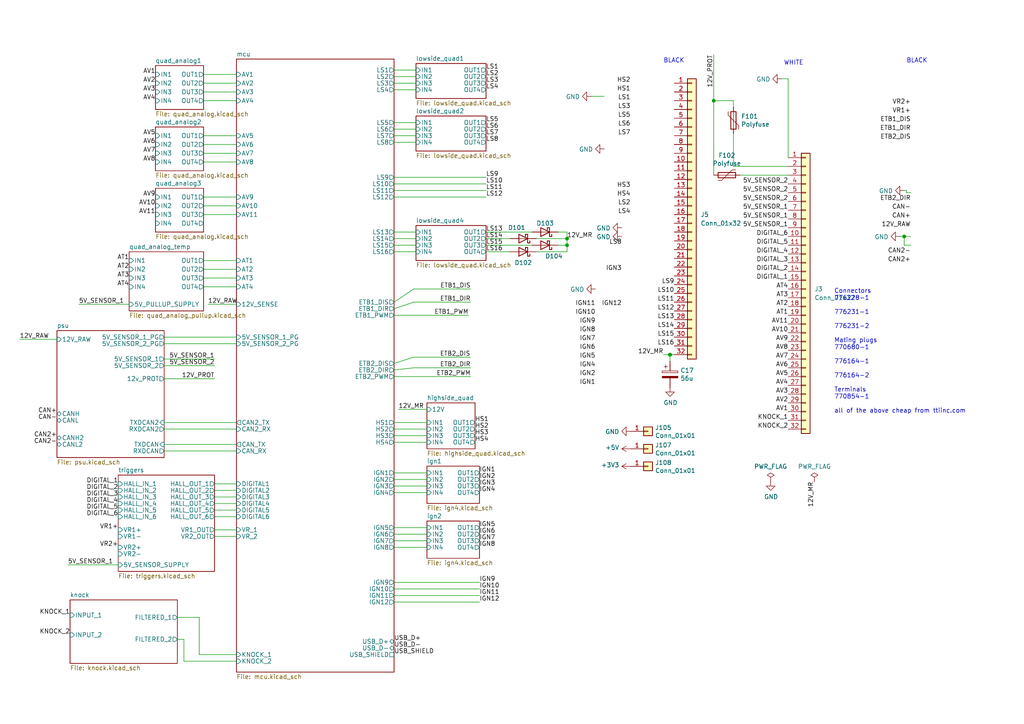
<source format=kicad_sch>
(kicad_sch (version 20211123) (generator eeschema)
  (paper "A4")
  (title_block (title "rusEfi Proteus") (date "2022-04-09") (rev "v0.7") (company "rusEFI") (comment 1 "github.com/mck1117/proteus") (comment 2 "rusefi.com/s/proteus"))
  (lib_symbols
    (symbol "Connector_Generic:Conn_01x01" (pin_names (offset 1.016) hide)
      (property "Reference" "J" (at 0 2.54 0))
      (property "Value" "Conn_01x01" (at 0 -2.54 0))
      (symbol "Conn_01x01_1_1"
        (rectangle (start -1.27 0.127) (end 0 -0.127) (stroke (width 0.1524)))
        (rectangle (start -1.27 1.27) (end 1.27 -1.27) (stroke (width 0.254)) (fill (type background)))
        (pin passive line (at -5.08 0 0) (length 3.81) (name "Pin_1") (number "1"))
      )
    )
    (symbol "Connector_Generic:Conn_01x16" (pin_names (offset 1.016) hide)
      (property "Reference" "J" (at 0 20.32 0))
      (property "Value" "Conn_01x16" (at 0 -22.86 0))
      (symbol "Conn_01x16_1_1"
        (rectangle (start -1.27 -20.193) (end 0 -20.447) (stroke (width 0.1524)))
        (rectangle (start -1.27 -17.653) (end 0 -17.907) (stroke (width 0.1524)))
        (rectangle (start -1.27 -15.113) (end 0 -15.367) (stroke (width 0.1524)))
        (rectangle (start -1.27 -12.573) (end 0 -12.827) (stroke (width 0.1524)))
        (rectangle (start -1.27 -10.033) (end 0 -10.287) (stroke (width 0.1524)))
        (rectangle (start -1.27 -7.493) (end 0 -7.747) (stroke (width 0.1524)))
        (rectangle (start -1.27 -4.953) (end 0 -5.207) (stroke (width 0.1524)))
        (rectangle (start -1.27 -2.413) (end 0 -2.667) (stroke (width 0.1524)))
        (rectangle (start -1.27 0.127) (end 0 -0.127) (stroke (width 0.1524)))
        (rectangle (start -1.27 2.667) (end 0 2.413) (stroke (width 0.1524)))
        (rectangle (start -1.27 5.207) (end 0 4.953) (stroke (width 0.1524)))
        (rectangle (start -1.27 7.747) (end 0 7.493) (stroke (width 0.1524)))
        (rectangle (start -1.27 10.287) (end 0 10.033) (stroke (width 0.1524)))
        (rectangle (start -1.27 12.827) (end 0 12.573) (stroke (width 0.1524)))
        (rectangle (start -1.27 15.367) (end 0 15.113) (stroke (width 0.1524)))
        (rectangle (start -1.27 17.907) (end 0 17.653) (stroke (width 0.1524)))
        (rectangle (start -1.27 19.05) (end 1.27 -21.59) (stroke (width 0.254)) (fill (type background)))
        (pin passive line (at -5.08 17.78 0) (length 3.81) (name "Pin_1") (number "1"))
        (pin passive line (at -5.08 -5.08 0) (length 3.81) (name "Pin_10") (number "10"))
        (pin passive line (at -5.08 -7.62 0) (length 3.81) (name "Pin_11") (number "11"))
        (pin passive line (at -5.08 -10.16 0) (length 3.81) (name "Pin_12") (number "12"))
        (pin passive line (at -5.08 -12.7 0) (length 3.81) (name "Pin_13") (number "13"))
        (pin passive line (at -5.08 -15.24 0) (length 3.81) (name "Pin_14") (number "14"))
        (pin passive line (at -5.08 -17.78 0) (length 3.81) (name "Pin_15") (number "15"))
        (pin passive line (at -5.08 -20.32 0) (length 3.81) (name "Pin_16") (number "16"))
        (pin passive line (at -5.08 15.24 0) (length 3.81) (name "Pin_2") (number "2"))
        (pin passive line (at -5.08 12.7 0) (length 3.81) (name "Pin_3") (number "3"))
        (pin passive line (at -5.08 10.16 0) (length 3.81) (name "Pin_4") (number "4"))
        (pin passive line (at -5.08 7.62 0) (length 3.81) (name "Pin_5") (number "5"))
        (pin passive line (at -5.08 5.08 0) (length 3.81) (name "Pin_6") (number "6"))
        (pin passive line (at -5.08 2.54 0) (length 3.81) (name "Pin_7") (number "7"))
        (pin passive line (at -5.08 0 0) (length 3.81) (name "Pin_8") (number "8"))
        (pin passive line (at -5.08 -2.54 0) (length 3.81) (name "Pin_9") (number "9"))
      )
    )
    (symbol "Connector_Generic:Conn_01x32" (pin_names (offset 1.016) hide)
      (property "Reference" "J" (at 0 40.64 0))
      (property "Value" "Conn_01x32" (at 0 -43.18 0))
      (symbol "Conn_01x32_1_1"
        (rectangle (start -1.27 -40.513) (end 0 -40.767) (stroke (width 0.1524)))
        (rectangle (start -1.27 -37.973) (end 0 -38.227) (stroke (width 0.1524)))
        (rectangle (start -1.27 -35.433) (end 0 -35.687) (stroke (width 0.1524)))
        (rectangle (start -1.27 -32.893) (end 0 -33.147) (stroke (width 0.1524)))
        (rectangle (start -1.27 -30.353) (end 0 -30.607) (stroke (width 0.1524)))
        (rectangle (start -1.27 -27.813) (end 0 -28.067) (stroke (width 0.1524)))
        (rectangle (start -1.27 -25.273) (end 0 -25.527) (stroke (width 0.1524)))
        (rectangle (start -1.27 -22.733) (end 0 -22.987) (stroke (width 0.1524)))
        (rectangle (start -1.27 -20.193) (end 0 -20.447) (stroke (width 0.1524)))
        (rectangle (start -1.27 -17.653) (end 0 -17.907) (stroke (width 0.1524)))
        (rectangle (start -1.27 -15.113) (end 0 -15.367) (stroke (width 0.1524)))
        (rectangle (start -1.27 -12.573) (end 0 -12.827) (stroke (width 0.1524)))
        (rectangle (start -1.27 -10.033) (end 0 -10.287) (stroke (width 0.1524)))
        (rectangle (start -1.27 -7.493) (end 0 -7.747) (stroke (width 0.1524)))
        (rectangle (start -1.27 -4.953) (end 0 -5.207) (stroke (width 0.1524)))
        (rectangle (start -1.27 -2.413) (end 0 -2.667) (stroke (width 0.1524)))
        (rectangle (start -1.27 0.127) (end 0 -0.127) (stroke (width 0.1524)))
        (rectangle (start -1.27 2.667) (end 0 2.413) (stroke (width 0.1524)))
        (rectangle (start -1.27 5.207) (end 0 4.953) (stroke (width 0.1524)))
        (rectangle (start -1.27 7.747) (end 0 7.493) (stroke (width 0.1524)))
        (rectangle (start -1.27 10.287) (end 0 10.033) (stroke (width 0.1524)))
        (rectangle (start -1.27 12.827) (end 0 12.573) (stroke (width 0.1524)))
        (rectangle (start -1.27 15.367) (end 0 15.113) (stroke (width 0.1524)))
        (rectangle (start -1.27 17.907) (end 0 17.653) (stroke (width 0.1524)))
        (rectangle (start -1.27 20.447) (end 0 20.193) (stroke (width 0.1524)))
        (rectangle (start -1.27 22.987) (end 0 22.733) (stroke (width 0.1524)))
        (rectangle (start -1.27 25.527) (end 0 25.273) (stroke (width 0.1524)))
        (rectangle (start -1.27 28.067) (end 0 27.813) (stroke (width 0.1524)))
        (rectangle (start -1.27 30.607) (end 0 30.353) (stroke (width 0.1524)))
        (rectangle (start -1.27 33.147) (end 0 32.893) (stroke (width 0.1524)))
        (rectangle (start -1.27 35.687) (end 0 35.433) (stroke (width 0.1524)))
        (rectangle (start -1.27 38.227) (end 0 37.973) (stroke (width 0.1524)))
        (rectangle (start -1.27 39.37) (end 1.27 -41.91) (stroke (width 0.254)) (fill (type background)))
        (pin passive line (at -5.08 38.1 0) (length 3.81) (name "Pin_1") (number "1"))
        (pin passive line (at -5.08 15.24 0) (length 3.81) (name "Pin_10") (number "10"))
        (pin passive line (at -5.08 12.7 0) (length 3.81) (name "Pin_11") (number "11"))
        (pin passive line (at -5.08 10.16 0) (length 3.81) (name "Pin_12") (number "12"))
        (pin passive line (at -5.08 7.62 0) (length 3.81) (name "Pin_13") (number "13"))
        (pin passive line (at -5.08 5.08 0) (length 3.81) (name "Pin_14") (number "14"))
        (pin passive line (at -5.08 2.54 0) (length 3.81) (name "Pin_15") (number "15"))
        (pin passive line (at -5.08 0 0) (length 3.81) (name "Pin_16") (number "16"))
        (pin passive line (at -5.08 -2.54 0) (length 3.81) (name "Pin_17") (number "17"))
        (pin passive line (at -5.08 -5.08 0) (length 3.81) (name "Pin_18") (number "18"))
        (pin passive line (at -5.08 -7.62 0) (length 3.81) (name "Pin_19") (number "19"))
        (pin passive line (at -5.08 35.56 0) (length 3.81) (name "Pin_2") (number "2"))
        (pin passive line (at -5.08 -10.16 0) (length 3.81) (name "Pin_20") (number "20"))
        (pin passive line (at -5.08 -12.7 0) (length 3.81) (name "Pin_21") (number "21"))
        (pin passive line (at -5.08 -15.24 0) (length 3.81) (name "Pin_22") (number "22"))
        (pin passive line (at -5.08 -17.78 0) (length 3.81) (name "Pin_23") (number "23"))
        (pin passive line (at -5.08 -20.32 0) (length 3.81) (name "Pin_24") (number "24"))
        (pin passive line (at -5.08 -22.86 0) (length 3.81) (name "Pin_25") (number "25"))
        (pin passive line (at -5.08 -25.4 0) (length 3.81) (name "Pin_26") (number "26"))
        (pin passive line (at -5.08 -27.94 0) (length 3.81) (name "Pin_27") (number "27"))
        (pin passive line (at -5.08 -30.48 0) (length 3.81) (name "Pin_28") (number "28"))
        (pin passive line (at -5.08 -33.02 0) (length 3.81) (name "Pin_29") (number "29"))
        (pin passive line (at -5.08 33.02 0) (length 3.81) (name "Pin_3") (number "3"))
        (pin passive line (at -5.08 -35.56 0) (length 3.81) (name "Pin_30") (number "30"))
        (pin passive line (at -5.08 -38.1 0) (length 3.81) (name "Pin_31") (number "31"))
        (pin passive line (at -5.08 -40.64 0) (length 3.81) (name "Pin_32") (number "32"))
        (pin passive line (at -5.08 30.48 0) (length 3.81) (name "Pin_4") (number "4"))
        (pin passive line (at -5.08 27.94 0) (length 3.81) (name "Pin_5") (number "5"))
        (pin passive line (at -5.08 25.4 0) (length 3.81) (name "Pin_6") (number "6"))
        (pin passive line (at -5.08 22.86 0) (length 3.81) (name "Pin_7") (number "7"))
        (pin passive line (at -5.08 20.32 0) (length 3.81) (name "Pin_8") (number "8"))
        (pin passive line (at -5.08 17.78 0) (length 3.81) (name "Pin_9") (number "9"))
      )
    )
    (symbol "Device:CP" (pin_numbers hide) (pin_names (offset 0.254))
      (property "Reference" "C" (at 0.635 2.54 0))
      (property "Value" "Device_CP" (at 0.635 -2.54 0))
      (symbol "CP_0_1"
        (rectangle (start -2.286 0.508) (end 2.286 1.016))
        (polyline (pts (xy -1.778 2.286) (xy -0.762 2.286)))
        (polyline (pts (xy -1.27 2.794) (xy -1.27 1.778)))
        (rectangle (start 2.286 -0.508) (end -2.286 -1.016) (fill (type outline)))
      )
      (symbol "CP_1_1"
        (pin passive line (at 0 3.81 270) (length 2.794) (name "~") (number "1"))
        (pin passive line (at 0 -3.81 90) (length 2.794) (name "~") (number "2"))
      )
    )
    (symbol "Device:D_Schottky" (pin_numbers hide) (pin_names (offset 1.016) hide)
      (property "Reference" "D" (at 0 2.54 0))
      (property "Value" "D_Schottky" (at 0 -2.54 0))
      (symbol "D_Schottky_0_1"
        (polyline (pts (xy 1.27 0) (xy -1.27 0)))
        (polyline (pts (xy 1.27 1.27) (xy 1.27 -1.27) (xy -1.27 0) (xy 1.27 1.27)) (stroke (width 0.254)))
        (polyline (pts (xy -1.905 0.635) (xy -1.905 1.27) (xy -1.27 1.27) (xy -1.27 -1.27) (xy -0.635 -1.27) (xy -0.635 -0.635)) (stroke (width 0.254)))
      )
      (symbol "D_Schottky_1_1"
        (pin passive line (at -3.81 0 0) (length 2.54) (name "K") (number "1"))
        (pin passive line (at 3.81 0 180) (length 2.54) (name "A") (number "2"))
      )
    )
    (symbol "Device:Polyfuse" (pin_numbers hide) (pin_names (offset 0))
      (property "Reference" "F" (at -2.54 0 90))
      (property "Value" "Polyfuse" (at 2.54 0 90))
      (symbol "Polyfuse_0_1"
        (rectangle (start -0.762 2.54) (end 0.762 -2.54) (stroke (width 0.254)))
        (polyline (pts (xy 0 2.54) (xy 0 -2.54)))
        (polyline (pts (xy -1.524 2.54) (xy -1.524 1.524) (xy 1.524 -1.524) (xy 1.524 -2.54)))
      )
      (symbol "Polyfuse_1_1"
        (pin passive line (at 0 3.81 270) (length 1.27) (name "~") (number "1"))
        (pin passive line (at 0 -3.81 90) (length 1.27) (name "~") (number "2"))
      )
    )
    (symbol "power:+3.3V" (power) (pin_names (offset 0))
      (property "Value" "+3.3V" (at 0 3.556 0))
      (symbol "+3.3V_0_1"
        (polyline (pts (xy -0.762 1.27) (xy 0 2.54)))
        (polyline (pts (xy 0 0) (xy 0 2.54)))
        (polyline (pts (xy 0 2.54) (xy 0.762 1.27)))
      )
      (symbol "+3.3V_1_1"
        (pin power_in line (at 0 0 90) (length 0) hide (name "+3V3") (number "1"))
      )
    )
    (symbol "power:+5V" (power) (pin_names (offset 0))
      (property "Value" "+5V" (at 0 3.556 0))
      (symbol "+5V_0_1"
        (polyline (pts (xy -0.762 1.27) (xy 0 2.54)))
        (polyline (pts (xy 0 0) (xy 0 2.54)))
        (polyline (pts (xy 0 2.54) (xy 0.762 1.27)))
      )
      (symbol "+5V_1_1"
        (pin power_in line (at 0 0 90) (length 0) hide (name "+5V") (number "1"))
      )
    )
    (symbol "power:GND" (power) (pin_names (offset 0))
      (property "Value" "GND" (at 0 -3.81 0))
      (symbol "GND_0_1"
        (polyline (pts (xy 0 0) (xy 0 -1.27) (xy 1.27 -1.27) (xy 0 -2.54) (xy -1.27 -1.27) (xy 0 -1.27)))
      )
      (symbol "GND_1_1"
        (pin power_in line (at 0 0 270) (length 0) hide (name "GND") (number "1"))
      )
    )
    (symbol "power:PWR_FLAG" (power) (pin_numbers hide) (pin_names (offset 0) hide)
      (property "Value" "PWR_FLAG" (at 0 3.81 0))
      (symbol "PWR_FLAG_0_0"
        (pin power_out line (at 0 0 90) (length 0) (name "pwr") (number "1"))
      )
      (symbol "PWR_FLAG_0_1"
        (polyline (pts (xy 0 0) (xy 0 1.27) (xy -1.016 1.905) (xy 0 2.54) (xy 1.016 1.905) (xy 0 1.27)))
      )
    )
  )
  (junction (at 164.465 69.215))
  (junction (at 164.465 71.12))
  (junction (at 194.343 102.899))
  (junction (at 207.01 29.21))
  (junction (at 262.255 68.58))
  (junction (at 194.31 102.87))
  (wire (pts (xy 62.23 144.145) (xy 68.58 144.145)))
  (wire (pts (xy 212.725 29.21) (xy 207.01 29.21)))
  (wire (pts (xy 114.3 168.91) (xy 139.065 168.91)))
  (wire (pts (xy 194.31 102.87) (xy 195.58 102.87)))
  (wire (pts (xy 62.23 106.045) (xy 47.625 106.045)))
  (wire (pts (xy 19.685 163.83) (xy 34.29 163.83)))
  (wire (pts (xy 47.625 124.46) (xy 68.58 124.46)))
  (wire (pts (xy 147.955 69.215) (xy 140.97 69.215)))
  (wire (pts (xy 164.465 69.215) (xy 164.465 67.31)))
  (wire (pts (xy 226.695 22.86) (xy 228.6 22.86)))
  (wire (pts (xy 123.825 142.875) (xy 114.3 142.875)))
  (wire (pts (xy 123.825 158.75) (xy 114.3 158.75)))
  (wire (pts (xy 114.3 35.56) (xy 120.65 35.56)))
  (wire (pts (xy 114.3 71.12) (xy 120.65 71.12)))
  (wire (pts (xy 114.3 128.27) (xy 123.825 128.27)))
  (wire (pts (xy 114.3 153.035) (xy 123.825 153.035)))
  (wire (pts (xy 192.438 102.899) (xy 194.343 102.899)))
  (wire (pts (xy 114.3 174.625) (xy 139.065 174.625)))
  (wire (pts (xy 140.97 67.31) (xy 154.305 67.31)))
  (wire (pts (xy 120.65 73.025) (xy 114.3 73.025)))
  (wire (pts (xy 62.23 147.955) (xy 68.58 147.955)))
  (wire (pts (xy 114.3 53.34) (xy 140.97 53.34)))
  (wire (pts (xy 140.97 71.12) (xy 154.305 71.12)))
  (wire (pts (xy 120.015 106.68) (xy 114.3 107.315)))
  (wire (pts (xy 115.57 118.745) (xy 123.825 118.745)))
  (wire (pts (xy 262.89 55.245) (xy 262.89 55.88)))
  (wire (pts (xy 114.3 67.31) (xy 120.65 67.31)))
  (wire (pts (xy 147.955 73.025) (xy 140.97 73.025)))
  (wire (pts (xy 164.465 67.31) (xy 161.925 67.31)))
  (wire (pts (xy 114.3 55.245) (xy 140.97 55.245)))
  (wire (pts (xy 214.63 50.8) (xy 228.6 50.8)))
  (wire (pts (xy 68.58 130.81) (xy 47.625 130.81)))
  (wire (pts (xy 171.45 27.94) (xy 175.26 27.94)))
  (wire (pts (xy 264.16 68.58) (xy 262.255 68.58)))
  (wire (pts (xy 120.65 41.275) (xy 114.3 41.275)))
  (wire (pts (xy 207.01 15.875) (xy 207.01 29.21)))
  (wire (pts (xy 68.58 29.21) (xy 59.055 29.21)))
  (wire (pts (xy 68.58 142.24) (xy 62.23 142.24)))
  (wire (pts (xy 114.3 91.44) (xy 135.89 91.44)))
  (wire (pts (xy 228.6 48.26) (xy 212.725 48.26)))
  (wire (pts (xy 114.3 20.32) (xy 120.65 20.32)))
  (wire (pts (xy 57.785 189.865) (xy 68.58 189.865)))
  (wire (pts (xy 114.3 109.22) (xy 136.525 109.22)))
  (wire (pts (xy 120.015 83.82) (xy 136.525 83.82)))
  (wire (pts (xy 68.58 59.69) (xy 59.055 59.69)))
  (wire (pts (xy 194.343 104.804) (xy 194.343 102.899)))
  (wire (pts (xy 59.055 57.15) (xy 68.58 57.15)))
  (wire (pts (xy 5.715 98.425) (xy 16.51 98.425)))
  (wire (pts (xy 161.925 71.12) (xy 164.465 71.12)))
  (wire (pts (xy 120.65 22.225) (xy 114.3 22.225)))
  (wire (pts (xy 62.23 140.335) (xy 68.58 140.335)))
  (wire (pts (xy 51.435 185.42) (xy 53.34 185.42)))
  (wire (pts (xy 123.825 140.97) (xy 114.3 140.97)))
  (wire (pts (xy 59.055 44.45) (xy 68.58 44.45)))
  (wire (pts (xy 47.625 97.79) (xy 68.58 97.79)))
  (wire (pts (xy 47.625 99.695) (xy 68.58 99.695)))
  (wire (pts (xy 47.625 109.855) (xy 62.23 109.855)))
  (wire (pts (xy 59.055 75.565) (xy 68.58 75.565)))
  (wire (pts (xy 53.34 185.42) (xy 53.34 191.77)))
  (wire (pts (xy 262.89 55.88) (xy 264.16 55.88)))
  (wire (pts (xy 59.055 39.37) (xy 68.58 39.37)))
  (wire (pts (xy 114.3 137.16) (xy 123.825 137.16)))
  (wire (pts (xy 120.65 69.215) (xy 114.3 69.215)))
  (wire (pts (xy 60.325 88.265) (xy 68.58 88.265)))
  (wire (pts (xy 212.725 31.115) (xy 212.725 29.21)))
  (wire (pts (xy 68.58 78.105) (xy 59.055 78.105)))
  (wire (pts (xy 62.23 153.67) (xy 68.58 153.67)))
  (wire (pts (xy 228.6 22.86) (xy 228.6 45.72)))
  (wire (pts (xy 114.3 39.37) (xy 120.65 39.37)))
  (wire (pts (xy 47.625 128.905) (xy 68.58 128.905)))
  (wire (pts (xy 59.055 80.645) (xy 68.58 80.645)))
  (wire (pts (xy 120.65 26.035) (xy 114.3 26.035)))
  (wire (pts (xy 120.015 83.82) (xy 114.3 87.63)))
  (wire (pts (xy 164.465 73.025) (xy 164.465 71.12)))
  (wire (pts (xy 123.825 126.365) (xy 114.3 126.365)))
  (wire (pts (xy 114.3 170.815) (xy 139.065 170.815)))
  (wire (pts (xy 262.255 71.12) (xy 264.16 71.12)))
  (wire (pts (xy 207.01 29.21) (xy 207.01 50.8)))
  (wire (pts (xy 53.34 191.77) (xy 68.58 191.77)))
  (wire (pts (xy 262.255 55.245) (xy 262.89 55.245)))
  (wire (pts (xy 59.055 62.23) (xy 68.58 62.23)))
  (wire (pts (xy 59.055 26.67) (xy 68.58 26.67)))
  (wire (pts (xy 120.015 87.63) (xy 136.525 87.63)))
  (wire (pts (xy 119.9173 103.5911) (xy 136.4273 103.5911)))
  (wire (pts (xy 68.58 146.05) (xy 62.23 146.05)))
  (wire (pts (xy 68.58 46.99) (xy 59.055 46.99)))
  (wire (pts (xy 47.625 104.14) (xy 62.23 104.14)))
  (wire (pts (xy 212.725 48.26) (xy 212.725 38.735)))
  (wire (pts (xy 155.575 73.025) (xy 164.465 73.025)))
  (wire (pts (xy 68.58 83.185) (xy 59.055 83.185)))
  (wire (pts (xy 68.58 24.13) (xy 59.055 24.13)))
  (wire (pts (xy 114.3 172.72) (xy 139.065 172.72)))
  (wire (pts (xy 260.985 68.58) (xy 262.255 68.58)))
  (wire (pts (xy 22.86 88.265) (xy 37.465 88.265)))
  (wire (pts (xy 62.23 149.86) (xy 68.58 149.86)))
  (wire (pts (xy 164.465 69.215) (xy 155.575 69.215)))
  (wire (pts (xy 114.3 57.15) (xy 140.97 57.15)))
  (wire (pts (xy 119.9173 103.5911) (xy 114.3 105.41)))
  (wire (pts (xy 47.625 122.555) (xy 68.58 122.555)))
  (wire (pts (xy 123.825 122.555) (xy 114.3 122.555)))
  (wire (pts (xy 51.435 179.07) (xy 57.785 179.07)))
  (wire (pts (xy 164.465 71.12) (xy 164.465 69.215)))
  (wire (pts (xy 120.015 87.63) (xy 114.3 89.535)))
  (wire (pts (xy 114.3 156.845) (xy 123.825 156.845)))
  (wire (pts (xy 114.3 51.435) (xy 140.97 51.435)))
  (wire (pts (xy 114.3 37.465) (xy 120.65 37.465)))
  (wire (pts (xy 59.055 21.59) (xy 68.58 21.59)))
  (wire (pts (xy 262.255 68.58) (xy 262.255 71.12)))
  (wire (pts (xy 114.3 139.065) (xy 123.825 139.065)))
  (wire (pts (xy 123.825 154.94) (xy 114.3 154.94)))
  (wire (pts (xy 120.015 106.68) (xy 136.525 106.68)))
  (wire (pts (xy 68.58 41.91) (xy 59.055 41.91)))
  (wire (pts (xy 57.785 179.07) (xy 57.785 189.865)))
  (wire (pts (xy 68.58 155.575) (xy 62.23 155.575)))
  (wire (pts (xy 114.3 124.46) (xy 123.825 124.46)))
  (wire (pts (xy 114.3 24.13) (xy 120.65 24.13)))
  (wire (pts (xy 194.31 102.87) (xy 194.343 102.899)))
  (text "BLACK" (at 192.405 18.415 0) (effects (font (size 1.27 1.27)) (justify left bottom)))
  (text "Connectors\n776228-1\n\n776231-1\n\n776231-2\n\nMating plugs\n770680-1\n\n776164-1\n\n776164-2\n\nTerminals\n770854-1\n\nall of the above cheap from ttiinc.com" (at 241.935 120.015 0) (effects (font (size 1.27 1.27)) (justify left bottom)))
  (text "BLACK" (at 262.89 18.415 0) (effects (font (size 1.27 1.27)) (justify left bottom)))
  (text "WHITE" (at 227.33 19.05 0) (effects (font (size 1.27 1.27)) (justify left bottom)))
  (label "LS16" (at 140.97 73.025 0))
  (label "12V_RAW" (at 5.715 98.425 0))
  (label "DIGITAL_1" (at 228.6 81.28 180))
  (label "HS4" (at 137.795 128.27 0))
  (label "KNOCK_1" (at 228.6 121.92 180))
  (label "AV7" (at 228.6 104.14 180))
  (label "AT3" (at 37.465 80.645 180))
  (label "CAN2-" (at 264.16 73.66 180))
  (label "AV3" (at 228.6 114.3 180))
  (label "AV7" (at 45.085 44.45 180))
  (label "IGN10" (at 139.065 170.815 0))
  (label "ETB2_DIR" (at 264.16 58.42 180))
  (label "AV8" (at 228.6 101.6 180))
  (label "AV9" (at 228.6 99.06 180))
  (label "CAN-" (at 264.16 60.96 180))
  (label "DIGITAL_6" (at 34.29 149.86 180))
  (label "HS2" (at 182.88 24.13 180))
  (label "AV9" (at 45.085 57.15 180))
  (label "CAN2+" (at 16.51 127 180))
  (label "IGN11" (at 172.72 88.9 180))
  (label "AV11" (at 228.6 93.98 180))
  (label "AV1" (at 45.085 21.59 180))
  (label "AT1" (at 37.465 75.565 180))
  (label "DIGITAL_3" (at 228.6 76.2 180))
  (label "AT1" (at 228.6 91.44 180))
  (label "LS9" (at 195.58 82.55 180))
  (label "IGN8" (at 139.065 158.75 0))
  (label "AV4" (at 228.6 111.76 180))
  (label "5V_SENSOR_1" (at 228.6 60.96 180))
  (label "5V_SENSOR_1" (at 228.6 63.5 180))
  (label "LS1" (at 182.88 29.21 180))
  (label "ETB2_DIS" (at 264.16 40.64 180))
  (label "ETB2_DIR" (at 136.525 106.68 180))
  (label "VR2+" (at 34.29 158.75 180))
  (label "LS16" (at 195.58 100.33 180))
  (label "5V_SENSOR_2" (at 228.6 55.88 180))
  (label "ETB1_DIR" (at 264.16 38.1 180))
  (label "12V_MR" (at 236.22 139.7 270))
  (label "DIGITAL_1" (at 34.29 140.335 180))
  (label "LS5" (at 140.97 35.56 0))
  (label "LS7" (at 182.88 39.37 180))
  (label "IGN7" (at 139.065 156.845 0))
  (label "5V_SENSOR_1" (at 19.685 163.83 0))
  (label "IGN5" (at 172.72 104.14 180))
  (label "LS13" (at 195.58 92.71 180))
  (label "12V_PROT" (at 62.23 109.855 180))
  (label "AV2" (at 228.6 116.84 180))
  (label "LS7" (at 140.97 39.37 0))
  (label "DIGITAL_2" (at 228.6 78.74 180))
  (label "AV6" (at 228.6 106.68 180))
  (label "LS2" (at 182.88 59.69 180))
  (label "5V_SENSOR_2" (at 62.23 106.045 180))
  (label "IGN5" (at 139.065 153.035 0))
  (label "5V_SENSOR_1" (at 62.23 104.14 180))
  (label "IGN1" (at 139.065 137.16 0))
  (label "USB_D-" (at 114.3 187.96 0))
  (label "IGN4" (at 172.72 106.68 180))
  (label "IGN2" (at 139.065 139.065 0))
  (label "AT3" (at 228.6 86.36 180))
  (label "DIGITAL_5" (at 228.6 71.12 180))
  (label "KNOCK_2" (at 228.6 124.46 180))
  (label "CAN2-" (at 16.51 128.905 180))
  (label "AV2" (at 45.085 24.13 180))
  (label "12V_MR" (at 192.438 102.899 180))
  (label "USB_SHIELD" (at 114.3 189.865 0))
  (label "5V_SENSOR_1" (at 228.6 66.04 180))
  (label "DIGITAL_5" (at 34.29 147.955 180))
  (label "HS2" (at 137.795 124.46 0))
  (label "IGN10" (at 172.72 91.44 180))
  (label "AT2" (at 37.465 78.105 180))
  (label "LS4" (at 140.97 26.035 0))
  (label "12V_MR" (at 164.465 69.215 0))
  (label "LS3" (at 182.88 31.75 180))
  (label "LS4" (at 182.88 62.23 180))
  (label "LS11" (at 195.58 87.63 180))
  (label "LS8" (at 180.34 71.12 180))
  (label "CAN+" (at 264.16 63.5 180))
  (label "IGN6" (at 139.065 154.94 0))
  (label "LS15" (at 195.58 97.79 180))
  (label "HS1" (at 137.795 122.555 0))
  (label "LS8" (at 140.97 41.275 0))
  (label "IGN7" (at 172.72 99.06 180))
  (label "VR1+" (at 264.16 33.02 180))
  (label "AV1" (at 228.6 119.38 180))
  (label "DIGITAL_3" (at 34.29 144.145 180))
  (label "ETB2_DIS" (at 136.4273 103.5911 180))
  (label "LS2" (at 140.97 22.225 0))
  (label "12V_RAW" (at 264.16 66.04 180))
  (label "IGN1" (at 172.72 111.76 180))
  (label "AV11" (at 45.085 62.23 180))
  (label "AT2" (at 228.6 88.9 180))
  (label "IGN9" (at 172.72 93.98 180))
  (label "IGN3" (at 180.34 78.74 180))
  (label "LS3" (at 140.97 24.13 0))
  (label "IGN11" (at 139.065 172.72 0))
  (label "5V_SENSOR_2" (at 228.6 53.34 180))
  (label "LS15" (at 140.97 71.12 0))
  (label "USB_D+" (at 114.3 186.055 0))
  (label "KNOCK_2" (at 20.32 184.15 180))
  (label "AV8" (at 45.085 46.99 180))
  (label "AT4" (at 228.6 83.82 180))
  (label "LS1" (at 140.97 20.32 0))
  (label "AV10" (at 228.6 96.52 180))
  (label "IGN12" (at 180.34 88.9 180))
  (label "12V_RAW" (at 60.325 88.265 0))
  (label "LS12" (at 195.58 90.17 180))
  (label "AV5" (at 228.6 109.22 180))
  (label "IGN8" (at 172.72 96.52 180))
  (label "ETB1_DIS" (at 136.525 83.82 180))
  (label "IGN2" (at 172.72 109.22 180))
  (label "CAN2+" (at 264.16 76.2 180))
  (label "LS10" (at 140.97 53.34 0))
  (label "5V_SENSOR_2" (at 228.6 58.42 180))
  (label "LS6" (at 182.88 36.83 180))
  (label "12V_PROT" (at 207.01 25.4 90))
  (label "AT4" (at 37.465 83.185 180))
  (label "HS1" (at 182.88 26.67 180))
  (label "CAN-" (at 16.51 121.92 180))
  (label "12V_MR" (at 115.57 118.745 0))
  (label "LS10" (at 195.58 85.09 180))
  (label "ETB2_PWM" (at 136.525 109.22 180))
  (label "LS9" (at 140.97 51.435 0))
  (label "AV5" (at 45.085 39.37 180))
  (label "AV4" (at 45.085 29.21 180))
  (label "HS3" (at 137.795 126.365 0))
  (label "ETB1_DIS" (at 264.16 35.56 180))
  (label "IGN3" (at 139.065 140.97 0))
  (label "AV10" (at 45.085 59.69 180))
  (label "LS5" (at 182.88 34.29 180))
  (label "IGN9" (at 139.065 168.91 0))
  (label "HS3" (at 182.88 54.61 180))
  (label "LS12" (at 140.97 57.15 0))
  (label "CAN+" (at 16.51 120.015 180))
  (label "LS6" (at 140.97 37.465 0))
  (label "ETB1_PWM" (at 135.89 91.44 180))
  (label "AV6" (at 45.085 41.91 180))
  (label "VR2+" (at 264.16 30.48 180))
  (label "ETB1_DIR" (at 136.525 87.63 180))
  (label "LS14" (at 195.58 95.25 180))
  (label "DIGITAL_2" (at 34.29 142.24 180))
  (label "AV3" (at 45.085 26.67 180))
  (label "DIGITAL_6" (at 228.6 68.58 180))
  (label "LS14" (at 140.97 69.215 0))
  (label "HS4" (at 182.88 57.15 180))
  (label "VR1+" (at 34.29 153.67 180))
  (label "IGN12" (at 139.065 174.625 0))
  (label "5V_SENSOR_1" (at 22.86 88.265 0))
  (label "DIGITAL_4" (at 34.29 146.05 180))
  (label "LS13" (at 140.97 67.31 0))
  (label "IGN4" (at 139.065 142.875 0))
  (label "LS11" (at 140.97 55.245 0))
  (label "IGN6" (at 172.72 101.6 180))
  (label "KNOCK_1" (at 20.32 178.435 180))
  (label "DIGITAL_4" (at 228.6 73.66 180))
  (symbol (lib_id "power:GND") (at 260.985 68.58 270) (unit 1)
    (property "Reference" "#PWR0101" (effects hide))
    (property "Value" "GND" (at 257.7338 68.707 90) (effects (justify right)))
  )
  (symbol (lib_id "power:GND") (at 180.34 66.04 270) (unit 1)
    (property "Reference" "#PWR0140" (effects hide))
    (property "Value" "GND" (at 177.0888 66.167 90) (effects (justify right)))
  )
  (symbol (lib_id "power:GND") (at 180.34 68.58 270) (unit 1)
    (property "Reference" "#PWR0141" (effects hide))
    (property "Value" "GND" (at 177.0888 68.707 90) (effects (justify right)))
  )
  (symbol (lib_id "power:GND") (at 226.695 22.86 270) (unit 1)
    (property "Reference" "#PWR0142" (effects hide))
    (property "Value" "GND" (at 223.4438 22.987 90) (effects (justify right)))
  )
  (symbol (lib_id "power:GND") (at 172.72 83.82 270) (unit 1)
    (property "Reference" "#PWR0209" (effects hide))
    (property "Value" "GND" (at 169.4688 83.947 90) (effects (justify right)))
  )
  (symbol (lib_id "power:GND") (at 171.45 27.94 270) (unit 1)
    (property "Reference" "#PWR0112" (effects hide))
    (property "Value" "GND" (at 168.1988 28.067 90) (effects (justify right)))
  )
  (symbol (lib_id "Device:Polyfuse") (at 212.725 34.925 180) (unit 1)
    (property "Reference" "F101" (at 214.9602 33.7566 0) (effects (justify right)))
    (property "Value" "Polyfuse" (at 214.9602 36.068 0) (effects (justify right)))
    (property "Footprint" "Resistor_SMD:R_1206_3216Metric" (effects hide))
    (property "PN" "1206L012WR" (effects hide))
    (property "LCSC" "C207035" (effects hide))
    (property "LCSC_ext" "1" (effects hide))
  )
  (symbol (lib_id "Device:Polyfuse") (at 210.82 50.8 90) (unit 1)
    (property "Reference" "F102" (at 210.82 45.085 90))
    (property "Value" "Polyfuse" (at 210.82 47.3964 90))
    (property "Footprint" "Resistor_SMD:R_1206_3216Metric" (effects hide))
    (property "PN" "1206L012WR" (effects hide))
    (property "LCSC" "C207035" (effects hide))
    (property "LCSC_ext" "1" (effects hide))
  )
  (symbol (lib_id "Connector_Generic:Conn_01x01") (at 187.96 125.095 0) (unit 1)
    (property "Reference" "J105" (at 189.992 124.0282 0) (effects (justify left)))
    (property "Value" "Conn_01x01" (at 189.992 126.3396 0) (effects (justify left)))
    (property "Footprint" "TestPoint:TestPoint_Pad_D3.0mm" (effects hide))
    (property "LCSC" "N/A" (effects hide))
  )
  (symbol (lib_id "Connector_Generic:Conn_01x01") (at 187.96 130.175 0) (unit 1)
    (property "Reference" "J107" (at 189.992 129.1082 0) (effects (justify left)))
    (property "Value" "Conn_01x01" (at 189.992 131.4196 0) (effects (justify left)))
    (property "Footprint" "TestPoint:TestPoint_Pad_D3.0mm" (effects hide))
    (property "LCSC" "N/A" (effects hide))
  )
  (symbol (lib_id "Connector_Generic:Conn_01x01") (at 187.96 135.255 0) (unit 1)
    (property "Reference" "J108" (at 189.992 134.1882 0) (effects (justify left)))
    (property "Value" "Conn_01x01" (at 189.992 136.4996 0) (effects (justify left)))
    (property "Footprint" "TestPoint:TestPoint_Pad_D3.0mm" (effects hide))
    (property "LCSC" "N/A" (effects hide))
  )
  (symbol (lib_id "power:GND") (at 182.88 125.095 270) (unit 1)
    (property "Reference" "#PWR0248" (effects hide))
    (property "Value" "GND" (at 179.6288 125.222 90) (effects (justify right)))
  )
  (symbol (lib_id "power:+3.3V") (at 182.88 135.255 90) (unit 1)
    (property "Reference" "#PWR0249" (effects hide))
    (property "Value" "+3.3V" (at 179.6288 134.874 90) (effects (justify left)))
  )
  (symbol (lib_id "power:+5V") (at 182.88 130.175 90) (unit 1)
    (property "Reference" "#PWR0250" (effects hide))
    (property "Value" "+5V" (at 179.6288 129.794 90) (effects (justify left)))
  )
  (symbol (lib_id "power:PWR_FLAG") (at 236.22 139.7 0) (unit 1)
    (property "Reference" "#FLG0108" (effects hide))
    (property "Value" "PWR_FLAG" (at 236.22 135.3058 0))
  )
  (symbol (lib_id "power:GND") (at 223.52 139.7 0) (unit 1)
    (property "Reference" "#PWR0217" (effects hide))
    (property "Value" "GND" (at 223.647 144.0942 0))
  )
  (symbol (lib_id "power:PWR_FLAG") (at 223.52 139.7 0) (unit 1)
    (property "Reference" "#FLG0103" (effects hide))
    (property "Value" "PWR_FLAG" (at 223.52 135.3058 0))
  )
  (symbol (lib_id "power:GND") (at 175.26 43.18 270) (unit 1)
    (property "Reference" "#PWR0107" (effects hide))
    (property "Value" "GND" (at 172.0088 43.307 90) (effects (justify right)))
  )
  (symbol (lib_id "Device:D_Schottky") (at 151.765 73.025 180) (unit 1)
    (property "Reference" "D102" (at 151.765 76.2 0))
    (property "Value" "D_Schottky" (effects hide))
    (property "Footprint" "Diode_SMD:D_SMA" (effects hide))
    (property "LCSC" "C8678" (effects hide))
    (property "LCSC_ext" "0" (effects hide))
  )
  (symbol (lib_id "Device:D_Schottky") (at 158.115 71.12 180) (unit 1)
    (property "Reference" "D104" (at 160.655 74.295 0))
    (property "Value" "D_Schottky" (effects hide))
    (property "Footprint" "Diode_SMD:D_SMA" (effects hide))
    (property "LCSC" "C8678" (effects hide))
    (property "LCSC_ext" "0" (effects hide))
  )
  (symbol (lib_id "Device:D_Schottky") (at 151.765 69.215 180) (unit 1)
    (property "Reference" "D101" (at 149.86 66.04 0))
    (property "Value" "D_Schottky" (effects hide))
    (property "Footprint" "Diode_SMD:D_SMA" (effects hide))
    (property "LCSC" "C8678" (effects hide))
    (property "LCSC_ext" "0" (effects hide))
  )
  (symbol (lib_id "Device:D_Schottky") (at 158.115 67.31 180) (unit 1)
    (property "Reference" "D103" (at 158.115 64.77 0))
    (property "Value" "D_Schottky" (effects hide))
    (property "Footprint" "Diode_SMD:D_SMA" (effects hide))
    (property "LCSC" "C8678" (effects hide))
    (property "LCSC_ext" "0" (effects hide))
  )
  (symbol (lib_id "Device:CP") (at 194.343 108.614 0) (unit 1)
    (property "Reference" "C17" (at 197.3402 107.4456 0) (effects (justify left)))
    (property "Value" "56u" (at 197.3402 109.757 0) (effects (justify left)))
    (property "Footprint" "Capacitor_THT:CP_Radial_D8.0mm_P3.50mm" (effects hide))
    (property "LCSC" "N/A" (effects hide))
    (property "PN" "EEH-AZF1H560B" (effects hide))
  )
  (symbol (lib_id "power:GND") (at 194.343 112.424 0) (unit 1)
    (property "Reference" "#PWR0314" (effects hide))
    (property "Value" "GND" (at 194.47 116.8182 0))
  )
  (symbol (lib_id "power:GND") (at 262.255 55.245 270) (unit 1)
    (property "Reference" "#PWR0321" (effects hide))
    (property "Value" "GND" (at 259.0038 55.372 90) (effects (justify right)))
  )
  (symbol (lib_id "Connector_Generic:Conn_01x32") (at 200.66 62.23 0) (unit 1)
    (property "Reference" "J5" (at 203.2 62.2299 0) (effects (justify left)))
    (property "Value" "Conn_01x32" (at 203.2 64.7699 0) (effects (justify left)))
    (property "Footprint" "Connector_PinHeader_2.54mm:PinHeader_1x32_P2.54mm_Vertical" (effects hide))
  )
  (symbol (lib_id "Connector_Generic:Conn_01x32") (at 233.68 83.82 0) (unit 1)
    (property "Reference" "J3" (at 236.22 83.8199 0) (effects (justify left)))
    (property "Value" "Conn_01x32" (at 236.22 86.3599 0) (effects (justify left)))
    (property "Footprint" "Connector_PinHeader_2.54mm:PinHeader_1x32_P2.54mm_Vertical" (effects hide))
  )
  (symbol (lib_id "Connector_Generic:Conn_01x16") (at 375.92 41.91 0) (unit 1)
    (property "Reference" "J7" (at 378.46 41.9099 0) (effects (justify left)))
    (property "Value" "Conn_01x16" (at 378.46 44.4499 0) (effects (justify left)))
    (property "Footprint" "Connector_PinHeader_2.54mm:PinHeader_1x16_P2.54mm_Vertical" (effects hide))
  )
  (symbol (lib_id "Connector_Generic:Conn_01x16") (at 355.6 41.91 0) (unit 1)
    (property "Reference" "J6" (at 358.14 41.9099 0) (effects (justify left)))
    (property "Value" "Conn_01x16" (at 358.14 44.4499 0) (effects (justify left)))
    (property "Footprint" "Connector_PinHeader_2.54mm:PinHeader_1x16_P2.54mm_Vertical" (effects hide))
  )
  (sheet (at 123.825 135.2042) (size 15.24 10.795)
    (property "Sheet name" "ign1" (at 123.825 134.4926 0) (effects (justify left bottom)))
    (property "Sheet file" "ign4.kicad_sch" (at 123.825 146.5838 0) (effects (justify left top)))
    (pin "OUT1" output (at 139.065 137.16 0))
    (pin "OUT2" output (at 139.065 139.065 0))
    (pin "OUT3" output (at 139.065 140.97 0))
    (pin "OUT4" output (at 139.065 142.875 0))
    (pin "IN1" input (at 123.825 137.16 180))
    (pin "IN2" input (at 123.825 139.065 180))
    (pin "IN3" input (at 123.825 140.97 180))
    (pin "IN4" input (at 123.825 142.875 180))
  )
  (sheet (at 120.65 18.415) (size 20.32 10.16)
    (property "Sheet name" "lowside_quad1" (at 120.65 17.7034 0) (effects (justify left bottom)))
    (property "Sheet file" "lowside_quad.kicad_sch" (at 120.65 29.1596 0) (effects (justify left top)))
    (pin "OUT1" output (at 140.97 20.32 0))
    (pin "OUT2" output (at 140.97 22.225 0))
    (pin "IN1" input (at 120.65 20.32 180))
    (pin "IN2" input (at 120.65 22.225 180))
    (pin "OUT3" output (at 140.97 24.13 0))
    (pin "OUT4" output (at 140.97 26.035 0))
    (pin "IN3" input (at 120.65 24.13 180))
    (pin "IN4" input (at 120.65 26.035 180))
  )
  (sheet (at 123.825 151.13) (size 15.24 10.795)
    (property "Sheet name" "ign2" (at 123.825 150.4184 0) (effects (justify left bottom)))
    (property "Sheet file" "ign4.kicad_sch" (at 123.825 162.5096 0) (effects (justify left top)))
    (pin "OUT1" output (at 139.065 153.035 0))
    (pin "OUT2" output (at 139.065 154.94 0))
    (pin "OUT3" output (at 139.065 156.845 0))
    (pin "OUT4" output (at 139.065 158.75 0))
    (pin "IN1" input (at 123.825 153.035 180))
    (pin "IN2" input (at 123.825 154.94 180))
    (pin "IN3" input (at 123.825 156.845 180))
    (pin "IN4" input (at 123.825 158.75 180))
  )
  (sheet (at 68.58 17.145) (size 45.72 177.8)
    (property "Sheet name" "mcu" (at 68.58 16.4334 0) (effects (justify left bottom)))
    (property "Sheet file" "mcu.kicad_sch" (at 68.58 195.5296 0) (effects (justify left top)))
    (pin "LS1" output (at 114.3 20.32 0))
    (pin "LS2" output (at 114.3 22.225 0))
    (pin "LS3" output (at 114.3 24.13 0))
    (pin "LS4" output (at 114.3 26.035 0))
    (pin "LS5" output (at 114.3 35.56 0))
    (pin "LS6" output (at 114.3 37.465 0))
    (pin "LS7" output (at 114.3 39.37 0))
    (pin "LS8" output (at 114.3 41.275 0))
    (pin "LS9" output (at 114.3 51.435 0))
    (pin "LS10" output (at 114.3 53.34 0))
    (pin "LS11" output (at 114.3 55.245 0))
    (pin "LS13" output (at 114.3 67.31 0))
    (pin "LS12" output (at 114.3 57.15 0))
    (pin "LS14" output (at 114.3 69.215 0))
    (pin "LS15" output (at 114.3 71.12 0))
    (pin "LS16" output (at 114.3 73.025 0))
    (pin "AV1" input (at 68.58 21.59 180))
    (pin "AV2" input (at 68.58 24.13 180))
    (pin "AV3" input (at 68.58 26.67 180))
    (pin "AV4" input (at 68.58 29.21 180))
    (pin "AV5" input (at 68.58 39.37 180))
    (pin "AV6" input (at 68.58 41.91 180))
    (pin "AV7" input (at 68.58 44.45 180))
    (pin "AV8" input (at 68.58 46.99 180))
    (pin "AV9" input (at 68.58 57.15 180))
    (pin "AV10" input (at 68.58 59.69 180))
    (pin "AV11" input (at 68.58 62.23 180))
    (pin "AT1" input (at 68.58 75.565 180))
    (pin "AT2" input (at 68.58 78.105 180))
    (pin "AT3" input (at 68.58 80.645 180))
    (pin "AT4" input (at 68.58 83.185 180))
    (pin "5V_SENSOR_1_PG" input (at 68.58 97.79 180))
    (pin "5V_SENSOR_2_PG" input (at 68.58 99.695 180))
    (pin "ETB1_DIS" output (at 114.3 87.63 0))
    (pin "ETB1_DIR" output (at 114.3 89.535 0))
    (pin "ETB1_PWM" output (at 114.3 91.44 0))
    (pin "ETB2_DIS" output (at 114.3 105.41 0))
    (pin "ETB2_DIR" output (at 114.3 107.315 0))
    (pin "ETB2_PWM" output (at 114.3 109.22 0))
    (pin "HS1" output (at 114.3 122.555 0))
    (pin "HS2" output (at 114.3 124.46 0))
    (pin "HS3" output (at 114.3 126.365 0))
    (pin "HS4" output (at 114.3 128.27 0))
    (pin "12V_SENSE" input (at 68.58 88.265 180))
    (pin "CAN_TX" output (at 68.58 128.905 180))
    (pin "CAN_RX" input (at 68.58 130.81 180))
    (pin "DIGITAL1" input (at 68.58 140.335 180))
    (pin "DIGITAL2" input (at 68.58 142.24 180))
    (pin "DIGITAL3" input (at 68.58 144.145 180))
    (pin "DIGITAL4" input (at 68.58 146.05 180))
    (pin "DIGITAL5" input (at 68.58 147.955 180))
    (pin "DIGITAL6" input (at 68.58 149.86 180))
    (pin "IGN1" output (at 114.3 137.16 0))
    (pin "IGN2" output (at 114.3 139.065 0))
    (pin "IGN3" output (at 114.3 140.97 0))
    (pin "IGN4" output (at 114.3 142.875 0))
    (pin "IGN5" output (at 114.3 153.035 0))
    (pin "IGN6" output (at 114.3 154.94 0))
    (pin "IGN7" output (at 114.3 156.845 0))
    (pin "IGN8" output (at 114.3 158.75 0))
    (pin "IGN9" output (at 114.3 168.91 0))
    (pin "IGN10" output (at 114.3 170.815 0))
    (pin "IGN11" output (at 114.3 172.72 0))
    (pin "IGN12" output (at 114.3 174.625 0))
    (pin "USB_D-" bidirectional (at 114.3 187.96 0))
    (pin "USB_D+" bidirectional (at 114.3 186.055 0))
    (pin "USB_SHIELD" passive (at 114.3 189.865 0))
    (pin "KNOCK_1" input (at 68.58 189.865 180))
    (pin "KNOCK_2" input (at 68.58 191.77 180))
    (pin "CAN2_TX" output (at 68.58 122.555 180))
    (pin "CAN2_RX" input (at 68.58 124.46 180))
    (pin "VR_1" input (at 68.58 153.67 180))
    (pin "VR_2" input (at 68.58 155.575 180))
  )
  (sheet (at 120.65 33.655) (size 20.32 10.16)
    (property "Sheet name" "lowside_quad2" (at 120.65 32.9434 0) (effects (justify left bottom)))
    (property "Sheet file" "lowside_quad.kicad_sch" (at 120.65 44.3996 0) (effects (justify left top)))
    (pin "OUT1" output (at 140.97 35.56 0))
    (pin "OUT2" output (at 140.97 37.465 0))
    (pin "IN1" input (at 120.65 35.56 180))
    (pin "IN2" input (at 120.65 37.465 180))
    (pin "OUT3" output (at 140.97 39.37 0))
    (pin "OUT4" output (at 140.97 41.275 0))
    (pin "IN3" input (at 120.65 39.37 180))
    (pin "IN4" input (at 120.65 41.275 180))
  )
  (sheet (at 120.65 65.405) (size 20.32 10.16)
    (property "Sheet name" "lowside_quad4" (at 120.65 64.6934 0) (effects (justify left bottom)))
    (property "Sheet file" "lowside_quad.kicad_sch" (at 120.65 76.1496 0) (effects (justify left top)))
    (pin "OUT1" output (at 140.97 67.31 0))
    (pin "OUT2" output (at 140.97 69.215 0))
    (pin "IN1" input (at 120.65 67.31 180))
    (pin "IN2" input (at 120.65 69.215 180))
    (pin "OUT3" output (at 140.97 71.12 0))
    (pin "OUT4" output (at 140.97 73.025 0))
    (pin "IN3" input (at 120.65 71.12 180))
    (pin "IN4" input (at 120.65 73.025 180))
  )
  (sheet (at 45.085 19.05) (size 13.97 12.7)
    (property "Sheet name" "quad_analog1" (at 45.085 18.3384 0) (effects (justify left bottom)))
    (property "Sheet file" "quad_analog.kicad_sch" (at 45.085 32.3346 0) (effects (justify left top)))
    (pin "IN1" input (at 45.085 21.59 180))
    (pin "IN2" input (at 45.085 24.13 180))
    (pin "IN3" input (at 45.085 26.67 180))
    (pin "IN4" input (at 45.085 29.21 180))
    (pin "OUT1" output (at 59.055 21.59 0))
    (pin "OUT2" output (at 59.055 24.13 0))
    (pin "OUT3" output (at 59.055 26.67 0))
    (pin "OUT4" output (at 59.055 29.21 0))
  )
  (sheet (at 45.085 36.83) (size 13.97 12.7)
    (property "Sheet name" "quad_analog2" (at 45.085 36.1184 0) (effects (justify left bottom)))
    (property "Sheet file" "quad_analog.kicad_sch" (at 45.085 50.1146 0) (effects (justify left top)))
    (pin "IN1" input (at 45.085 39.37 180))
    (pin "IN2" input (at 45.085 41.91 180))
    (pin "IN3" input (at 45.085 44.45 180))
    (pin "IN4" input (at 45.085 46.99 180))
    (pin "OUT1" output (at 59.055 39.37 0))
    (pin "OUT2" output (at 59.055 41.91 0))
    (pin "OUT3" output (at 59.055 44.45 0))
    (pin "OUT4" output (at 59.055 46.99 0))
  )
  (sheet (at 45.085 54.61) (size 13.97 12.7)
    (property "Sheet name" "quad_analog3" (at 45.085 53.8984 0) (effects (justify left bottom)))
    (property "Sheet file" "quad_analog.kicad_sch" (at 45.085 67.8946 0) (effects (justify left top)))
    (pin "IN1" input (at 45.085 57.15 180))
    (pin "IN2" input (at 45.085 59.69 180))
    (pin "IN3" input (at 45.085 62.23 180))
    (pin "IN4" input (at 45.085 64.77 180))
    (pin "OUT1" output (at 59.055 57.15 0))
    (pin "OUT2" output (at 59.055 59.69 0))
    (pin "OUT3" output (at 59.055 62.23 0))
    (pin "OUT4" output (at 59.055 64.77 0))
  )
  (sheet (at 16.51 95.885) (size 31.115 36.83)
    (property "Sheet name" "psu" (at 16.51 95.1734 0) (effects (justify left bottom)))
    (property "Sheet file" "psu.kicad_sch" (at 16.51 133.2996 0) (effects (justify left top)))
    (pin "12V_RAW" input (at 16.51 98.425 180))
    (pin "5V_SENSOR_1" output (at 47.625 104.14 0))
    (pin "5V_SENSOR_1_PG" output (at 47.625 97.79 0))
    (pin "5V_SENSOR_2" output (at 47.625 106.045 0))
    (pin "5V_SENSOR_2_PG" output (at 47.625 99.695 0))
    (pin "CANH" bidirectional (at 16.51 120.015 180))
    (pin "CANL" bidirectional (at 16.51 121.92 180))
    (pin "TXDCAN" input (at 47.625 128.905 0))
    (pin "RXDCAN" output (at 47.625 130.81 0))
    (pin "12v_PROT" output (at 47.625 109.855 0))
    (pin "TXDCAN2" input (at 47.625 122.555 0))
    (pin "RXDCAN2" output (at 47.625 124.46 0))
    (pin "CANH2" bidirectional (at 16.51 127 180))
    (pin "CANL2" bidirectional (at 16.51 128.905 180))
  )
  (sheet (at 37.465 73.025) (size 21.59 17.145)
    (property "Sheet name" "quad_analog_temp" (at 37.465 72.3134 0) (effects (justify left bottom)))
    (property "Sheet file" "quad_analog_pullup.kicad_sch" (at 37.465 90.7546 0) (effects (justify left top)))
    (pin "IN1" input (at 37.465 75.565 180))
    (pin "IN2" input (at 37.465 78.105 180))
    (pin "IN3" input (at 37.465 80.645 180))
    (pin "IN4" input (at 37.465 83.185 180))
    (pin "OUT1" output (at 59.055 75.565 0))
    (pin "OUT2" output (at 59.055 78.105 0))
    (pin "OUT3" output (at 59.055 80.645 0))
    (pin "OUT4" output (at 59.055 83.185 0))
    (pin "5V_PULLUP_SUPPLY" input (at 37.465 88.265 180))
  )
  (sheet (at 123.825 116.84) (size 13.97 13.335)
    (property "Sheet name" "highside_quad" (at 123.825 116.1284 0) (effects (justify left bottom)))
    (property "Sheet file" "highside_quad.kicad_sch" (at 123.825 130.7596 0) (effects (justify left top)))
    (pin "12V" input (at 123.825 118.745 180))
    (pin "OUT1" output (at 137.795 122.555 0))
    (pin "OUT2" output (at 137.795 124.46 0))
    (pin "OUT3" output (at 137.795 126.365 0))
    (pin "OUT4" output (at 137.795 128.27 0))
    (pin "IN1" input (at 123.825 122.555 180))
    (pin "IN2" input (at 123.825 124.46 180))
    (pin "IN3" input (at 123.825 126.365 180))
    (pin "IN4" input (at 123.825 128.27 180))
  )
  (sheet (at 34.29 137.795) (size 27.94 27.94)
    (property "Sheet name" "triggers" (at 34.29 137.0834 0) (effects (justify left bottom)))
    (property "Sheet file" "triggers.kicad_sch" (at 34.29 166.3196 0) (effects (justify left top)))
    (pin "HALL_IN_1" input (at 34.29 140.335 180))
    (pin "5V_SENSOR_SUPPLY" input (at 34.29 163.83 180))
    (pin "HALL_OUT_1" output (at 62.23 140.335 0))
    (pin "HALL_IN_2" input (at 34.29 142.24 180))
    (pin "HALL_OUT_2" output (at 62.23 142.24 0))
    (pin "HALL_IN_3" input (at 34.29 144.145 180))
    (pin "HALL_OUT_3" output (at 62.23 144.145 0))
    (pin "HALL_IN_4" input (at 34.29 146.05 180))
    (pin "HALL_OUT_4" output (at 62.23 146.05 0))
    (pin "VR1+" input (at 34.29 153.67 180))
    (pin "VR1-" input (at 34.29 155.575 180))
    (pin "VR2+" input (at 34.29 158.75 180))
    (pin "VR2-" input (at 34.29 160.655 180))
    (pin "VR1_OUT" output (at 62.23 153.67 0))
    (pin "VR2_OUT" output (at 62.23 155.575 0))
    (pin "HALL_IN_5" input (at 34.29 147.955 180))
    (pin "HALL_IN_6" input (at 34.29 149.86 180))
    (pin "HALL_OUT_5" output (at 62.23 147.955 0))
    (pin "HALL_OUT_6" output (at 62.23 149.86 0))
  )
  (sheet (at 20.32 173.99) (size 31.115 18.415)
    (property "Sheet name" "knock" (at 20.32 173.2784 0) (effects (justify left bottom)))
    (property "Sheet file" "knock.kicad_sch" (at 20.32 192.9896 0) (effects (justify left top)))
    (pin "FILTERED_1" output (at 51.435 179.07 0))
    (pin "INPUT_1" input (at 20.32 178.435 180))
    (pin "FILTERED_2" output (at 51.435 185.42 0))
    (pin "INPUT_2" input (at 20.32 184.15 180))
  )
)
</source>
